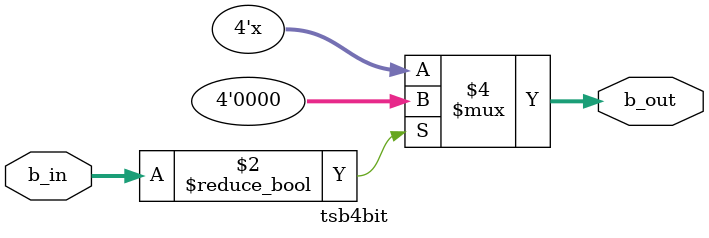
<source format=v>
module bus(
  input wire clk,
  input wire rst,
  output [3:0] bus,
  input [3:0] R0oe,
  input [3:0] R1ie,
  input [3:0] R0ie,
  input [3:0] R1oe
  );

  dff4bit R0 (
    .clk(clk),
    .rst(rst),
    .d_in(R0ie),
    .q(R0oe)
  );
  
  tsb4bit T0 (
    .b_in(R0oe),
    .b_out(bus)
    );

  dff4bit R1 (
    .clk(clk),
    .rst(rst),
    .d_in(R1ie),
    .q(R1oe)
  );
  
  tsb4bit T1 (
    .b_in(R1oe),
    .b_out(bus)
    );

endmodule

module dff4bit(
  input wire clk,
  input wire rst,
  input [3:0] d_in,
  output reg [3:0] q
);

  always @(posedge clk or posedge rst) begin
    if (rst) begin
      q <= 4'bzzzz;
    end
    else if (d_in) begin
      q <= 4'b1111;
    end
  end

endmodule

module tsb4bit(

  input [3:0] b_in,
  output reg [3:0] b_out
);

  always @(b_in) begin
    if (b_in) begin
      b_out = 4'b0000;
    end
    else begin
      b_out = 4'bzzzz;
    end   
  end

endmodule

</source>
